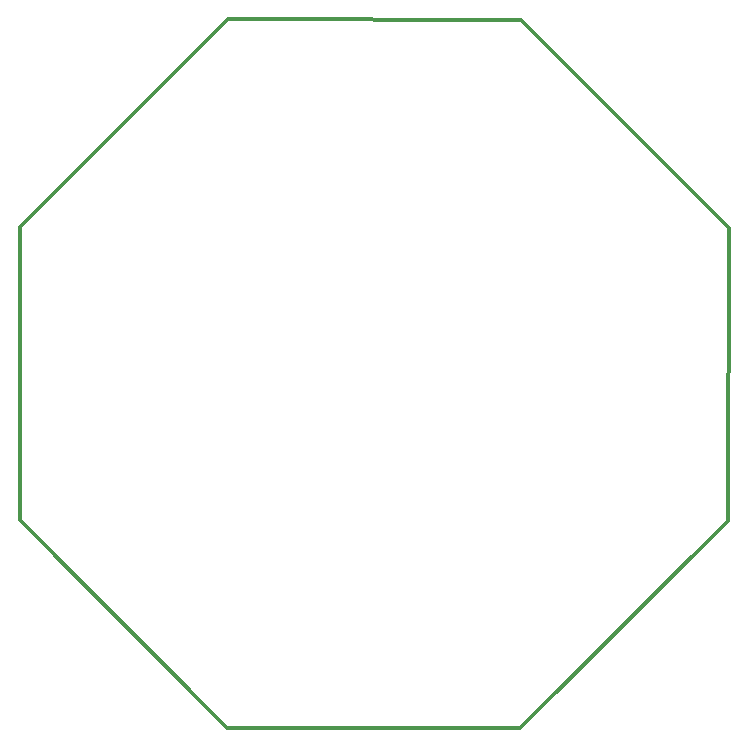
<source format=gbr>
%TF.GenerationSoftware,KiCad,Pcbnew,7.0.9-7.0.9~ubuntu22.04.1*%
%TF.CreationDate,2023-12-21T18:53:40+01:00*%
%TF.ProjectId,lidar 2 round,6c696461-7220-4322-9072-6f756e642e6b,rev?*%
%TF.SameCoordinates,Original*%
%TF.FileFunction,Profile,NP*%
%FSLAX46Y46*%
G04 Gerber Fmt 4.6, Leading zero omitted, Abs format (unit mm)*
G04 Created by KiCad (PCBNEW 7.0.9-7.0.9~ubuntu22.04.1) date 2023-12-21 18:53:40*
%MOMM*%
%LPD*%
G01*
G04 APERTURE LIST*
%TA.AperFunction,Profile*%
%ADD10C,0.349999*%
%TD*%
G04 APERTURE END LIST*
D10*
X169000000Y-87000000D02*
X151466595Y-69409759D01*
X168959813Y-111836166D02*
X169000000Y-87000000D01*
X151369572Y-129369571D02*
X168959813Y-111836166D01*
X109000002Y-111739143D02*
X126533408Y-129329384D01*
X109040190Y-86902977D02*
X109000002Y-111739143D01*
X126533408Y-129329384D02*
X151369572Y-129369571D01*
X126630431Y-69369571D02*
X109040190Y-86902977D01*
X151466595Y-69409759D02*
X126630431Y-69369571D01*
M02*

</source>
